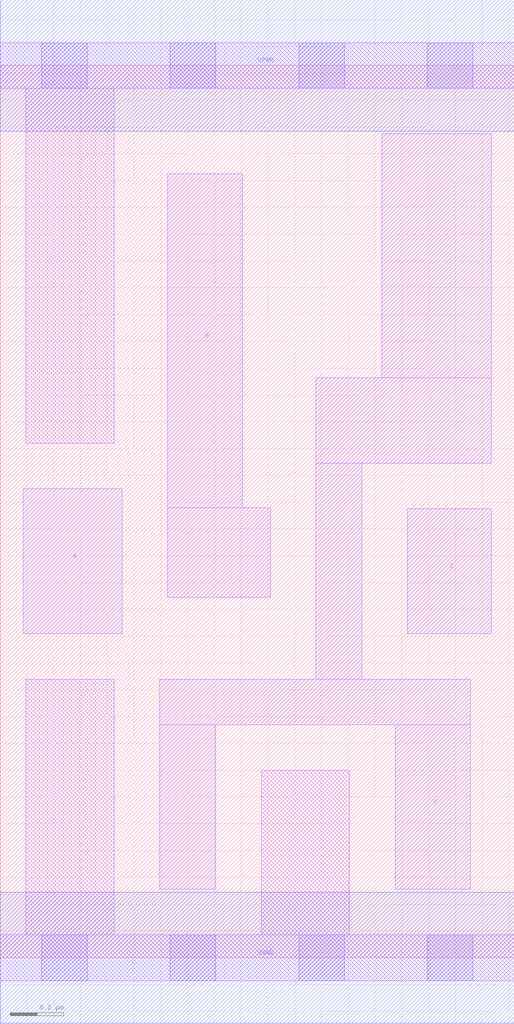
<source format=lef>
# Copyright 2020 The SkyWater PDK Authors
#
# Licensed under the Apache License, Version 2.0 (the "License");
# you may not use this file except in compliance with the License.
# You may obtain a copy of the License at
#
#     https://www.apache.org/licenses/LICENSE-2.0
#
# Unless required by applicable law or agreed to in writing, software
# distributed under the License is distributed on an "AS IS" BASIS,
# WITHOUT WARRANTIES OR CONDITIONS OF ANY KIND, either express or implied.
# See the License for the specific language governing permissions and
# limitations under the License.
#
# SPDX-License-Identifier: Apache-2.0

VERSION 5.7 ;
  NOWIREEXTENSIONATPIN ON ;
  DIVIDERCHAR "/" ;
  BUSBITCHARS "[]" ;
UNITS
  DATABASE MICRONS 200 ;
END UNITS
MACRO sky130_fd_sc_lp__nor3_1
  CLASS CORE ;
  FOREIGN sky130_fd_sc_lp__nor3_1 ;
  ORIGIN  0.000000  0.000000 ;
  SIZE  1.920000 BY  3.330000 ;
  SYMMETRY X Y R90 ;
  SITE unit ;
  PIN A
    ANTENNAGATEAREA  0.315000 ;
    DIRECTION INPUT ;
    USE SIGNAL ;
    PORT
      LAYER li1 ;
        RECT 0.085000 1.210000 0.455000 1.750000 ;
    END
  END A
  PIN B
    ANTENNAGATEAREA  0.315000 ;
    DIRECTION INPUT ;
    USE SIGNAL ;
    PORT
      LAYER li1 ;
        RECT 0.625000 1.345000 1.010000 1.680000 ;
        RECT 0.625000 1.680000 0.905000 2.925000 ;
    END
  END B
  PIN C
    ANTENNAGATEAREA  0.315000 ;
    DIRECTION INPUT ;
    USE SIGNAL ;
    PORT
      LAYER li1 ;
        RECT 1.520000 1.210000 1.835000 1.675000 ;
    END
  END C
  PIN Y
    ANTENNADIFFAREA  0.791700 ;
    DIRECTION OUTPUT ;
    USE SIGNAL ;
    PORT
      LAYER li1 ;
        RECT 0.595000 0.255000 0.805000 0.870000 ;
        RECT 0.595000 0.870000 1.755000 1.040000 ;
        RECT 1.180000 1.040000 1.350000 1.845000 ;
        RECT 1.180000 1.845000 1.835000 2.165000 ;
        RECT 1.425000 2.165000 1.835000 3.075000 ;
        RECT 1.475000 0.255000 1.755000 0.870000 ;
    END
  END Y
  PIN VGND
    DIRECTION INOUT ;
    USE GROUND ;
    PORT
      LAYER met1 ;
        RECT 0.000000 -0.245000 1.920000 0.245000 ;
    END
  END VGND
  PIN VPWR
    DIRECTION INOUT ;
    USE POWER ;
    PORT
      LAYER met1 ;
        RECT 0.000000 3.085000 1.920000 3.575000 ;
    END
  END VPWR
  OBS
    LAYER li1 ;
      RECT 0.000000 -0.085000 1.920000 0.085000 ;
      RECT 0.000000  3.245000 1.920000 3.415000 ;
      RECT 0.095000  0.085000 0.425000 1.040000 ;
      RECT 0.095000  1.920000 0.425000 3.245000 ;
      RECT 0.975000  0.085000 1.305000 0.700000 ;
    LAYER mcon ;
      RECT 0.155000 -0.085000 0.325000 0.085000 ;
      RECT 0.155000  3.245000 0.325000 3.415000 ;
      RECT 0.635000 -0.085000 0.805000 0.085000 ;
      RECT 0.635000  3.245000 0.805000 3.415000 ;
      RECT 1.115000 -0.085000 1.285000 0.085000 ;
      RECT 1.115000  3.245000 1.285000 3.415000 ;
      RECT 1.595000 -0.085000 1.765000 0.085000 ;
      RECT 1.595000  3.245000 1.765000 3.415000 ;
  END
END sky130_fd_sc_lp__nor3_1
END LIBRARY

</source>
